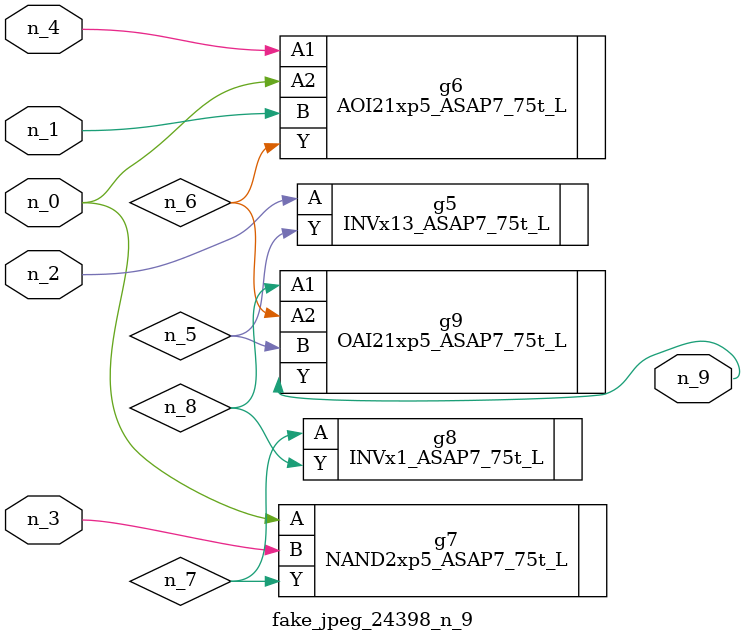
<source format=v>
module fake_jpeg_24398_n_9 (n_3, n_2, n_1, n_0, n_4, n_9);

input n_3;
input n_2;
input n_1;
input n_0;
input n_4;

output n_9;

wire n_8;
wire n_6;
wire n_5;
wire n_7;

INVx13_ASAP7_75t_L g5 ( 
.A(n_2),
.Y(n_5)
);

AOI21xp5_ASAP7_75t_L g6 ( 
.A1(n_4),
.A2(n_0),
.B(n_1),
.Y(n_6)
);

NAND2xp5_ASAP7_75t_L g7 ( 
.A(n_0),
.B(n_3),
.Y(n_7)
);

INVx1_ASAP7_75t_L g8 ( 
.A(n_7),
.Y(n_8)
);

OAI21xp5_ASAP7_75t_L g9 ( 
.A1(n_8),
.A2(n_6),
.B(n_5),
.Y(n_9)
);


endmodule
</source>
